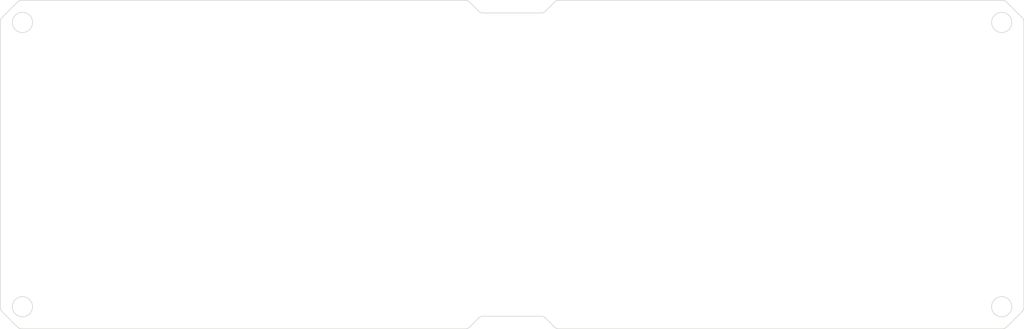
<source format=kicad_pcb>
(kicad_pcb
	(version 20241229)
	(generator "pcbnew")
	(generator_version "9.0")
	(general
		(thickness 1.6)
		(legacy_teardrops no)
	)
	(paper "A4")
	(title_block
		(title "IV-6 VFD Clock - Multiple PCBs")
		(date "2025-07-01")
		(rev "Rev 1.0")
		(company "ADBeta")
	)
	(layers
		(0 "F.Cu" signal)
		(2 "B.Cu" signal)
		(9 "F.Adhes" user "F.Adhesive")
		(11 "B.Adhes" user "B.Adhesive")
		(13 "F.Paste" user)
		(15 "B.Paste" user)
		(5 "F.SilkS" user "F.Silkscreen")
		(7 "B.SilkS" user "B.Silkscreen")
		(1 "F.Mask" user)
		(3 "B.Mask" user)
		(17 "Dwgs.User" user "User.Drawings")
		(19 "Cmts.User" user "User.Comments")
		(21 "Eco1.User" user "User.Eco1")
		(23 "Eco2.User" user "User.Eco2")
		(25 "Edge.Cuts" user)
		(27 "Margin" user)
		(31 "F.CrtYd" user "F.Courtyard")
		(29 "B.CrtYd" user "B.Courtyard")
		(35 "F.Fab" user)
		(33 "B.Fab" user)
		(39 "User.1" user)
		(41 "User.2" user)
		(43 "User.3" user)
		(45 "User.4" user)
	)
	(setup
		(pad_to_mask_clearance 0)
		(allow_soldermask_bridges_in_footprints no)
		(tenting front back)
		(pcbplotparams
			(layerselection 0x00000000_00000000_55555555_5755f5ff)
			(plot_on_all_layers_selection 0x00000000_00000000_00000000_00000000)
			(disableapertmacros no)
			(usegerberextensions no)
			(usegerberattributes yes)
			(usegerberadvancedattributes yes)
			(creategerberjobfile yes)
			(dashed_line_dash_ratio 12.000000)
			(dashed_line_gap_ratio 3.000000)
			(svgprecision 4)
			(plotframeref no)
			(mode 1)
			(useauxorigin no)
			(hpglpennumber 1)
			(hpglpenspeed 20)
			(hpglpendiameter 15.000000)
			(pdf_front_fp_property_popups yes)
			(pdf_back_fp_property_popups yes)
			(pdf_metadata yes)
			(pdf_single_document no)
			(dxfpolygonmode yes)
			(dxfimperialunits yes)
			(dxfusepcbnewfont yes)
			(psnegative no)
			(psa4output no)
			(plot_black_and_white yes)
			(sketchpadsonfab no)
			(plotpadnumbers no)
			(hidednponfab no)
			(sketchdnponfab yes)
			(crossoutdnponfab yes)
			(subtractmaskfromsilk no)
			(outputformat 1)
			(mirror no)
			(drillshape 1)
			(scaleselection 1)
			(outputdirectory "")
		)
	)
	(net 0 "")
	(gr_line
		(start 30 78.585786)
		(end 30 33.414214)
		(stroke
			(width 0.1)
			(type default)
		)
		(layer "Edge.Cuts")
		(uuid "0e309b05-6796-4c00-b030-038fb6ab5120")
	)
	(gr_line
		(start 118.414214 30)
		(end 188.585786 30)
		(stroke
			(width 0.1)
			(type default)
		)
		(layer "Edge.Cuts")
		(uuid "0e8baf2b-4496-490a-aaa3-81a82d640140")
	)
	(gr_arc
		(start 192 78.585786)
		(mid 191.923884 78.968472)
		(end 191.707107 79.292893)
		(stroke
			(width 0.1)
			(type default)
		)
		(layer "Edge.Cuts")
		(uuid "0fb45c71-6f9a-4cc6-b3d7-472707b984f9")
	)
	(gr_arc
		(start 189.292893 81.707107)
		(mid 188.96847 81.92388)
		(end 188.585786 82)
		(stroke
			(width 0.1)
			(type default)
		)
		(layer "Edge.Cuts")
		(uuid "0fe9f1c4-36e6-449c-9430-389332dfa755")
	)
	(gr_line
		(start 103.585786 82)
		(end 33.414214 82)
		(stroke
			(width 0.1)
			(type default)
		)
		(layer "Edge.Cuts")
		(uuid "158478ba-870e-47c0-a7e7-dcc1e6276710")
	)
	(gr_circle
		(center 188.5 33.5)
		(end 190.1 33.5)
		(stroke
			(width 0.1)
			(type solid)
		)
		(fill no)
		(layer "Edge.Cuts")
		(uuid "176a26b0-b3db-4fb4-801a-94a016945e68")
	)
	(gr_arc
		(start 106.414214 32)
		(mid 106.031528 31.923884)
		(end 105.707107 31.707107)
		(stroke
			(width 0.1)
			(type default)
		)
		(layer "Edge.Cuts")
		(uuid "1da69f82-adba-46f0-af3a-2f3fc0504808")
	)
	(gr_line
		(start 105.707107 31.707107)
		(end 104.292893 30.292893)
		(stroke
			(width 0.1)
			(type default)
		)
		(layer "Edge.Cuts")
		(uuid "210b1bc1-8322-45c6-a5a5-22f0476ee859")
	)
	(gr_arc
		(start 116.292893 31.707107)
		(mid 115.968469 31.923875)
		(end 115.585786 32)
		(stroke
			(width 0.1)
			(type default)
		)
		(layer "Edge.Cuts")
		(uuid "3059dc51-8f55-460e-9ce3-7328491a230f")
	)
	(gr_line
		(start 33.414214 30)
		(end 103.585786 30)
		(stroke
			(width 0.1)
			(type solid)
		)
		(layer "Edge.Cuts")
		(uuid "3342a17e-5f60-4da5-92cb-3e5a78db53c2")
	)
	(gr_line
		(start 189.292893 81.707107)
		(end 191.707107 79.292893)
		(stroke
			(width 0.1)
			(type default)
		)
		(layer "Edge.Cuts")
		(uuid "34ecd8b8-98ee-4a69-bcfb-b42c4d9b8601")
	)
	(gr_circle
		(center 188.5 78.5)
		(end 190.1 78.5)
		(stroke
			(width 0.1)
			(type solid)
		)
		(fill no)
		(layer "Edge.Cuts")
		(uuid "430b3106-358a-4199-8ccd-18cf9b81beff")
	)
	(gr_arc
		(start 188.585786 30)
		(mid 188.968469 30.07612)
		(end 189.292893 30.292893)
		(stroke
			(width 0.1)
			(type default)
		)
		(layer "Edge.Cuts")
		(uuid "451860c9-2fb5-458c-96c7-57539705e003")
	)
	(gr_line
		(start 106.414214 80)
		(end 115.585786 80)
		(stroke
			(width 0.1)
			(type default)
		)
		(layer "Edge.Cuts")
		(uuid "45cf26c0-91f6-4bb9-be5a-705b21bbcd01")
	)
	(gr_arc
		(start 104.292893 81.707107)
		(mid 103.968469 81.923875)
		(end 103.585786 82)
		(stroke
			(width 0.1)
			(type default)
		)
		(layer "Edge.Cuts")
		(uuid "518c026b-5b7f-44b7-8f50-87904464ee25")
	)
	(gr_circle
		(center 33.5 78.5)
		(end 35.1 78.5)
		(stroke
			(width 0.1)
			(type solid)
		)
		(fill no)
		(layer "Edge.Cuts")
		(uuid "5d84a37e-8a48-451d-a750-051990c08ab3")
	)
	(gr_line
		(start 30.292893 79.292893)
		(end 32.707107 81.707107)
		(stroke
			(width 0.1)
			(type default)
		)
		(layer "Edge.Cuts")
		(uuid "5e5dff87-4688-4326-a7e2-e592f6d05985")
	)
	(gr_arc
		(start 118.414214 82)
		(mid 118.031531 81.92388)
		(end 117.707107 81.707107)
		(stroke
			(width 0.1)
			(type default)
		)
		(layer "Edge.Cuts")
		(uuid "5eaf0415-7a60-4961-800c-fcdda8282a3f")
	)
	(gr_arc
		(start 30 33.414214)
		(mid 30.076116 33.031528)
		(end 30.292893 32.707107)
		(stroke
			(width 0.1)
			(type default)
		)
		(layer "Edge.Cuts")
		(uuid "62803f46-998b-45ab-bd2d-e1341b5f5519")
	)
	(gr_arc
		(start 117.707107 30.292893)
		(mid 118.031531 30.076125)
		(end 118.414214 30)
		(stroke
			(width 0.1)
			(type default)
		)
		(layer "Edge.Cuts")
		(uuid "77006a6d-7ebd-4f8a-a98d-6a12fecdf180")
	)
	(gr_line
		(start 30.292893 32.707107)
		(end 32.707107 30.292893)
		(stroke
			(width 0.1)
			(type default)
		)
		(layer "Edge.Cuts")
		(uuid "7b531ad7-bc88-42aa-9281-514a1f65b6f7")
	)
	(gr_line
		(start 188.585786 82)
		(end 118.414214 82)
		(stroke
			(width 0.1)
			(type default)
		)
		(layer "Edge.Cuts")
		(uuid "7f72b42b-6578-4bfb-bae1-b1597e1c4226")
	)
	(gr_arc
		(start 105.707107 80.292893)
		(mid 106.03153 80.07612)
		(end 106.414214 80)
		(stroke
			(width 0.1)
			(type default)
		)
		(layer "Edge.Cuts")
		(uuid "827476d2-76cc-4a05-b0a8-72a7538894bb")
	)
	(gr_arc
		(start 191.707107 32.707107)
		(mid 191.923875 33.031531)
		(end 192 33.414214)
		(stroke
			(width 0.1)
			(type default)
		)
		(layer "Edge.Cuts")
		(uuid "838a3cbc-81d1-47c7-b4ba-849cc0b31049")
	)
	(gr_line
		(start 192 33.414214)
		(end 192 78.585786)
		(stroke
			(width 0.1)
			(type default)
		)
		(layer "Edge.Cuts")
		(uuid "8509ead0-e948-4d7c-b8b4-7cbcc732d410")
	)
	(gr_arc
		(start 30.292893 79.292893)
		(mid 30.076125 78.968469)
		(end 30 78.585786)
		(stroke
			(width 0.1)
			(type default)
		)
		(layer "Edge.Cuts")
		(uuid "8d1b2dcd-e702-4cde-a59f-70ed02510e9a")
	)
	(gr_arc
		(start 115.585786 80)
		(mid 115.968469 80.07612)
		(end 116.292893 80.292893)
		(stroke
			(width 0.1)
			(type default)
		)
		(layer "Edge.Cuts")
		(uuid "9c3c9ac2-4811-47f1-94f1-c3dd0b5234fb")
	)
	(gr_circle
		(center 33.5 33.5)
		(end 35.1 33.5)
		(stroke
			(width 0.1)
			(type solid)
		)
		(fill no)
		(layer "Edge.Cuts")
		(uuid "9ffc85cb-a5b4-4a82-a231-a6ee2e55153d")
	)
	(gr_line
		(start 106.414214 32)
		(end 115.585786 32)
		(stroke
			(width 0.1)
			(type default)
		)
		(layer "Edge.Cuts")
		(uuid "ae5aecc4-aa8f-4a0b-8bac-3066c3af006e")
	)
	(gr_line
		(start 116.292893 31.707107)
		(end 117.707107 30.292893)
		(stroke
			(width 0.1)
			(type default)
		)
		(layer "Edge.Cuts")
		(uuid "b3029dd9-c857-400e-bd8a-5e9f598a75ae")
	)
	(gr_line
		(start 105.707107 80.292893)
		(end 104.292893 81.707107)
		(stroke
			(width 0.1)
			(type default)
		)
		(layer "Edge.Cuts")
		(uuid "b93cfc20-fc7c-424d-bf6b-e601277d133e")
	)
	(gr_arc
		(start 32.707107 30.292893)
		(mid 33.03153 30.07612)
		(end 33.414214 30)
		(stroke
			(width 0.1)
			(type default)
		)
		(layer "Edge.Cuts")
		(uuid "b9b9ae7a-9c94-413f-870b-341314033f16")
	)
	(gr_arc
		(start 33.414214 82)
		(mid 33.031531 81.92388)
		(end 32.707107 81.707107)
		(stroke
			(width 0.1)
			(type default)
		)
		(layer "Edge.Cuts")
		(uuid "c49be544-3a82-48b3-89f3-408143efc6d0")
	)
	(gr_arc
		(start 103.585786 30)
		(mid 103.968472 30.076116)
		(end 104.292893 30.292893)
		(stroke
			(width 0.1)
			(type default)
		)
		(layer "Edge.Cuts")
		(uuid "c845767c-f1ec-43e4-b42e-8c53466ac605")
	)
	(gr_line
		(start 116.292893 80.292893)
		(end 117.707107 81.707107)
		(stroke
			(width 0.1)
			(type default)
		)
		(layer "Edge.Cuts")
		(uuid "e2768806-cf7f-4499-82b5-6a6b348cdf5f")
	)
	(gr_line
		(start 189.292893 30.292893)
		(end 191.707107 32.707107)
		(stroke
			(width 0.1)
			(type default)
		)
		(layer "Edge.Cuts")
		(uuid "ec8e1509-5bb1-415e-8769-5b1f196e4335")
	)
	(embedded_fonts no)
)

</source>
